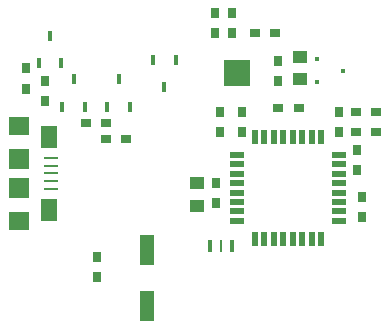
<source format=gbr>
G04 DipTrace 2.4.0.2*
%INTopPaste.gbr*%
%MOMM*%
%ADD35R,1.27X0.559*%
%ADD36R,0.559X1.27*%
%ADD68R,0.2X1.1*%
%ADD70R,0.4X1.1*%
%ADD72R,0.4X0.3*%
%ADD76R,1.7X1.7*%
%ADD78R,1.7X1.6*%
%ADD80R,1.4X1.9*%
%ADD82R,1.15X0.2*%
%ADD88R,0.45X0.85*%
%ADD90R,2.25X2.25*%
%ADD92R,0.1X0.65*%
%ADD94R,0.65X0.1*%
%ADD106R,0.9X0.8*%
%ADD108R,0.8X0.9*%
%ADD110R,1.2X2.65*%
%ADD112R,1.3X1.1*%
%FSLAX53Y53*%
G04*
G71*
G90*
G75*
G01*
%LNTopPaste*%
%LPD*%
D112*
X25204Y24353D3*
Y22453D3*
D110*
X12289Y8025D3*
Y3221D3*
D108*
X18082Y12012D3*
Y13712D3*
X30477Y10832D3*
Y12532D3*
D112*
X16507Y11759D3*
Y13659D3*
D108*
X18463Y17955D3*
Y19655D3*
X20290Y17955D3*
Y19655D3*
X23317Y22324D3*
Y24024D3*
D106*
X21417Y26341D3*
X23117D3*
X31675Y18009D3*
X29975D3*
X31675Y19710D3*
X29975D3*
D35*
X19911Y16068D3*
Y15268D3*
Y14468D3*
Y13668D3*
Y12868D3*
Y12068D3*
Y11268D3*
Y10468D3*
D36*
X21404Y8976D3*
X22204D3*
X23004D3*
X23804D3*
X24604D3*
X25404D3*
X26204D3*
X27004D3*
D35*
X28496Y10468D3*
Y11268D3*
Y12068D3*
Y12868D3*
Y13668D3*
Y14468D3*
Y15268D3*
Y16068D3*
D36*
X27004Y17561D3*
X26204D3*
X25404D3*
X24604D3*
X23804D3*
X23004D3*
X22204D3*
X21404D3*
D94*
X17916Y24200D3*
Y23700D3*
Y23200D3*
Y22700D3*
Y22200D3*
Y21700D3*
D92*
X18636Y20980D3*
X19136D3*
X19636D3*
X20136D3*
X20636D3*
X21136D3*
D94*
X21856Y21700D3*
Y22200D3*
Y22700D3*
Y23200D3*
Y23700D3*
Y24200D3*
D92*
X21136Y24920D3*
X20636D3*
X20136D3*
X19636D3*
X19136D3*
X18636D3*
D90*
X19886Y22950D3*
D88*
X5110Y20145D3*
X7010D3*
X6060Y22445D3*
X3103Y23802D3*
X5003D3*
X4053Y26102D3*
X8920Y20145D3*
X10820D3*
X9870Y22445D3*
X14689Y24096D3*
X12789D3*
X13739Y21796D3*
D108*
X18000Y28037D3*
Y26338D3*
X19438Y28037D3*
Y26338D3*
X8000Y5750D3*
Y7450D3*
X3672Y20648D3*
Y22348D3*
D106*
X7098Y18755D3*
X8798D3*
X10500Y17375D3*
X8800D3*
D108*
X2000Y23375D3*
Y21675D3*
X30020Y16496D3*
Y14796D3*
X28539Y19697D3*
Y17997D3*
D106*
X25100Y20000D3*
X23400D3*
D82*
X4134Y15787D3*
Y15137D3*
Y14487D3*
Y13837D3*
Y13187D3*
D80*
X4009Y17587D3*
Y11387D3*
D78*
X1459Y18487D3*
Y10487D3*
D76*
Y15687D3*
Y13287D3*
D72*
X26669Y24140D3*
Y22240D3*
X28869Y23187D3*
D70*
X17564Y8341D3*
D68*
X18514D3*
D70*
X19464D3*
M02*

</source>
